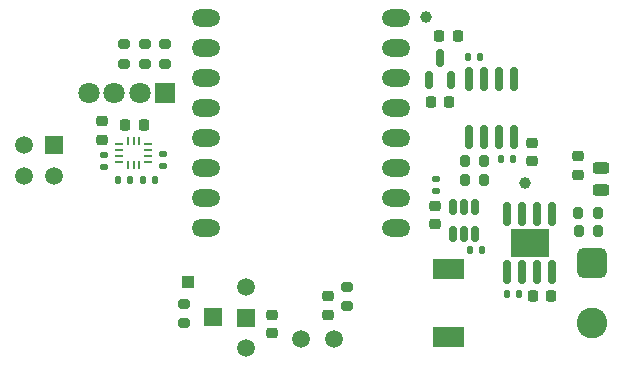
<source format=gbr>
%TF.GenerationSoftware,KiCad,Pcbnew,9.0.4*%
%TF.CreationDate,2025-10-28T17:49:17+05:30*%
%TF.ProjectId,PCB,5043422e-6b69-4636-9164-5f7063625858,rev?*%
%TF.SameCoordinates,Original*%
%TF.FileFunction,Soldermask,Top*%
%TF.FilePolarity,Negative*%
%FSLAX46Y46*%
G04 Gerber Fmt 4.6, Leading zero omitted, Abs format (unit mm)*
G04 Created by KiCad (PCBNEW 9.0.4) date 2025-10-28 17:49:17*
%MOMM*%
%LPD*%
G01*
G04 APERTURE LIST*
G04 Aperture macros list*
%AMRoundRect*
0 Rectangle with rounded corners*
0 $1 Rounding radius*
0 $2 $3 $4 $5 $6 $7 $8 $9 X,Y pos of 4 corners*
0 Add a 4 corners polygon primitive as box body*
4,1,4,$2,$3,$4,$5,$6,$7,$8,$9,$2,$3,0*
0 Add four circle primitives for the rounded corners*
1,1,$1+$1,$2,$3*
1,1,$1+$1,$4,$5*
1,1,$1+$1,$6,$7*
1,1,$1+$1,$8,$9*
0 Add four rect primitives between the rounded corners*
20,1,$1+$1,$2,$3,$4,$5,0*
20,1,$1+$1,$4,$5,$6,$7,0*
20,1,$1+$1,$6,$7,$8,$9,0*
20,1,$1+$1,$8,$9,$2,$3,0*%
G04 Aperture macros list end*
%ADD10RoundRect,0.225000X-0.250000X0.225000X-0.250000X-0.225000X0.250000X-0.225000X0.250000X0.225000X0*%
%ADD11C,1.500000*%
%ADD12RoundRect,0.225000X-0.225000X-0.250000X0.225000X-0.250000X0.225000X0.250000X-0.225000X0.250000X0*%
%ADD13RoundRect,0.200000X-0.275000X0.200000X-0.275000X-0.200000X0.275000X-0.200000X0.275000X0.200000X0*%
%ADD14RoundRect,0.135000X0.185000X-0.135000X0.185000X0.135000X-0.185000X0.135000X-0.185000X-0.135000X0*%
%ADD15RoundRect,0.150000X0.150000X-0.512500X0.150000X0.512500X-0.150000X0.512500X-0.150000X-0.512500X0*%
%ADD16RoundRect,0.135000X-0.185000X0.135000X-0.185000X-0.135000X0.185000X-0.135000X0.185000X0.135000X0*%
%ADD17RoundRect,0.225000X0.225000X0.250000X-0.225000X0.250000X-0.225000X-0.250000X0.225000X-0.250000X0*%
%ADD18RoundRect,0.243750X0.456250X-0.243750X0.456250X0.243750X-0.456250X0.243750X-0.456250X-0.243750X0*%
%ADD19RoundRect,0.135000X0.135000X0.185000X-0.135000X0.185000X-0.135000X-0.185000X0.135000X-0.185000X0*%
%ADD20R,0.675000X0.250000*%
%ADD21R,0.250000X0.675000*%
%ADD22R,1.500000X1.500000*%
%ADD23R,1.000000X1.000000*%
%ADD24RoundRect,0.135000X-0.135000X-0.185000X0.135000X-0.185000X0.135000X0.185000X-0.135000X0.185000X0*%
%ADD25RoundRect,0.200000X-0.200000X-0.275000X0.200000X-0.275000X0.200000X0.275000X-0.200000X0.275000X0*%
%ADD26RoundRect,0.650000X-0.650000X0.650000X-0.650000X-0.650000X0.650000X-0.650000X0.650000X0.650000X0*%
%ADD27C,2.600000*%
%ADD28RoundRect,0.218750X0.256250X-0.218750X0.256250X0.218750X-0.256250X0.218750X-0.256250X-0.218750X0*%
%ADD29C,1.000000*%
%ADD30RoundRect,0.150000X0.150000X-0.825000X0.150000X0.825000X-0.150000X0.825000X-0.150000X-0.825000X0*%
%ADD31R,3.300000X2.410000*%
%ADD32RoundRect,0.150000X0.150000X-0.587500X0.150000X0.587500X-0.150000X0.587500X-0.150000X-0.587500X0*%
%ADD33RoundRect,0.200000X0.200000X0.275000X-0.200000X0.275000X-0.200000X-0.275000X0.200000X-0.275000X0*%
%ADD34R,1.800000X1.800000*%
%ADD35C,1.800000*%
%ADD36RoundRect,0.225000X0.250000X-0.225000X0.250000X0.225000X-0.250000X0.225000X-0.250000X-0.225000X0*%
%ADD37RoundRect,0.150000X-0.150000X0.825000X-0.150000X-0.825000X0.150000X-0.825000X0.150000X0.825000X0*%
%ADD38O,2.250000X1.500000*%
%ADD39RoundRect,0.075500X0.226500X-0.806500X0.226500X0.806500X-0.226500X0.806500X-0.226500X-0.806500X0*%
G04 APERTURE END LIST*
D10*
%TO.C,C8*%
X157500000Y-78150000D03*
X157500000Y-79700000D03*
%TD*%
D11*
%TO.C,J22*%
X155300000Y-81000000D03*
%TD*%
D12*
%TO.C,C2*%
X179625000Y-76600000D03*
X181175000Y-76600000D03*
%TD*%
D13*
%TO.C,R16*%
X148500000Y-55250000D03*
X148500000Y-56900000D03*
%TD*%
D14*
%TO.C,R8*%
X143300000Y-65630000D03*
X143300000Y-64610000D03*
%TD*%
D15*
%TO.C,U4*%
X172825000Y-71280000D03*
X173775000Y-71280000D03*
X174725000Y-71280000D03*
X174725000Y-69005000D03*
X173775000Y-69005000D03*
X172825000Y-69005000D03*
%TD*%
D16*
%TO.C,R11*%
X148300000Y-64500000D03*
X148300000Y-65520000D03*
%TD*%
D17*
%TO.C,C7*%
X146650000Y-62120000D03*
X145100000Y-62120000D03*
%TD*%
D11*
%TO.C,J23*%
X155300000Y-75800000D03*
%TD*%
%TO.C,J19*%
X136500000Y-63800000D03*
%TD*%
D18*
%TO.C,D3*%
X185400000Y-67600000D03*
X185400000Y-65725000D03*
%TD*%
D19*
%TO.C,R1*%
X175095000Y-56350000D03*
X174075000Y-56350000D03*
%TD*%
D20*
%TO.C,U5*%
X147062500Y-65220000D03*
X147062500Y-64720000D03*
X147062500Y-64220000D03*
X147062500Y-63720000D03*
D21*
X146300000Y-63457500D03*
X145800000Y-63457500D03*
X145300000Y-63457500D03*
D20*
X144537500Y-63720000D03*
X144537500Y-64220000D03*
X144537500Y-64720000D03*
X144537500Y-65220000D03*
D21*
X145300000Y-65482500D03*
X145800000Y-65482500D03*
X146300000Y-65482500D03*
%TD*%
D11*
%TO.C,J4*%
X139100000Y-66400000D03*
%TD*%
D22*
%TO.C,J21*%
X155300000Y-78400000D03*
%TD*%
D23*
%TO.C,J7*%
X150400000Y-75400000D03*
%TD*%
D24*
%TO.C,R10*%
X146600000Y-66720000D03*
X147620000Y-66720000D03*
%TD*%
D25*
%TO.C,R2*%
X173845000Y-66750000D03*
X175495000Y-66750000D03*
%TD*%
D13*
%TO.C,R13*%
X163900000Y-75775000D03*
X163900000Y-77425000D03*
%TD*%
D24*
%TO.C,R6*%
X174280000Y-72700000D03*
X175300000Y-72700000D03*
%TD*%
D26*
%TO.C,J1*%
X184600000Y-73800000D03*
D27*
X184600000Y-78880000D03*
%TD*%
D22*
%TO.C,J8*%
X152500000Y-78300000D03*
%TD*%
D11*
%TO.C,J25*%
X160000000Y-80200000D03*
%TD*%
D12*
%TO.C,C1*%
X171700000Y-54550000D03*
X173250000Y-54550000D03*
%TD*%
D28*
%TO.C,D2*%
X183400000Y-66300000D03*
X183400000Y-64725000D03*
%TD*%
D29*
%TO.C,J12*%
X170600000Y-52900000D03*
%TD*%
D30*
%TO.C,U3*%
X177420000Y-74530000D03*
X178690000Y-74530000D03*
X179960000Y-74530000D03*
X181230000Y-74530000D03*
X181230000Y-69580000D03*
X179960000Y-69580000D03*
X178690000Y-69580000D03*
X177420000Y-69580000D03*
D31*
X179325000Y-72055000D03*
%TD*%
D32*
%TO.C,Q1*%
X170800000Y-58300000D03*
X172700000Y-58300000D03*
X171750000Y-56425000D03*
%TD*%
D33*
%TO.C,R18*%
X185100000Y-69500000D03*
X183450000Y-69500000D03*
%TD*%
D34*
%TO.C,D4*%
X148500000Y-59400000D03*
D35*
X146341000Y-59400000D03*
X144182000Y-59400000D03*
X142023000Y-59400000D03*
%TD*%
D17*
%TO.C,C3*%
X172500000Y-60100000D03*
X170950000Y-60100000D03*
%TD*%
D13*
%TO.C,R15*%
X146750000Y-55250000D03*
X146750000Y-56900000D03*
%TD*%
D19*
%TO.C,R9*%
X145500000Y-66720000D03*
X144480000Y-66720000D03*
%TD*%
D13*
%TO.C,R14*%
X145000000Y-55250000D03*
X145000000Y-56900000D03*
%TD*%
D11*
%TO.C,J3*%
X136500000Y-66400000D03*
%TD*%
D10*
%TO.C,C5*%
X179495000Y-63600000D03*
X179495000Y-65150000D03*
%TD*%
D36*
%TO.C,C4*%
X171300000Y-70475000D03*
X171300000Y-68925000D03*
%TD*%
D13*
%TO.C,R12*%
X150100000Y-77200000D03*
X150100000Y-78850000D03*
%TD*%
D29*
%TO.C,J9*%
X178900000Y-67000000D03*
%TD*%
D37*
%TO.C,U2*%
X178000000Y-58150000D03*
X176730000Y-58150000D03*
X175460000Y-58150000D03*
X174190000Y-58150000D03*
X174190000Y-63100000D03*
X175460000Y-63100000D03*
X176730000Y-63100000D03*
X178000000Y-63100000D03*
%TD*%
D33*
%TO.C,R3*%
X175495000Y-65150000D03*
X173845000Y-65150000D03*
%TD*%
D38*
%TO.C,U6*%
X151880000Y-53000000D03*
D11*
X152380000Y-53000000D03*
D38*
X151880000Y-55540000D03*
D11*
X152380000Y-55540000D03*
D38*
X151880000Y-58080000D03*
D11*
X152380000Y-58080000D03*
D38*
X151880000Y-60620000D03*
D11*
X152380000Y-60620000D03*
D38*
X151880000Y-63160000D03*
D11*
X152380000Y-63160000D03*
D38*
X151880000Y-65700000D03*
D11*
X152380000Y-65700000D03*
D38*
X151880000Y-68240000D03*
D11*
X152380000Y-68240000D03*
D38*
X151880000Y-70780000D03*
D11*
X152380000Y-70780000D03*
X167620000Y-70780000D03*
D38*
X168120000Y-70780000D03*
D11*
X167620000Y-68240000D03*
D38*
X168120000Y-68240000D03*
D11*
X167620000Y-65700000D03*
D38*
X168120000Y-65700000D03*
D11*
X167620000Y-63160000D03*
D38*
X168120000Y-63160000D03*
D11*
X167620000Y-60620000D03*
D38*
X168120000Y-60620000D03*
D11*
X167620000Y-58080000D03*
D38*
X168120000Y-58080000D03*
D11*
X167620000Y-55540000D03*
D38*
X168120000Y-55540000D03*
D11*
X167620000Y-53000000D03*
D38*
X168120000Y-53000000D03*
%TD*%
D19*
%TO.C,R4*%
X178400000Y-76400000D03*
X177380000Y-76400000D03*
%TD*%
D16*
%TO.C,R5*%
X171400000Y-66680000D03*
X171400000Y-67700000D03*
%TD*%
D22*
%TO.C,J18*%
X139100000Y-63800000D03*
%TD*%
D33*
%TO.C,R17*%
X185125000Y-71100000D03*
X183475000Y-71100000D03*
%TD*%
D36*
%TO.C,C6*%
X143100000Y-63320000D03*
X143100000Y-61770000D03*
%TD*%
D24*
%TO.C,R7*%
X176875000Y-64950000D03*
X177895000Y-64950000D03*
%TD*%
D11*
%TO.C,J24*%
X162800000Y-80200000D03*
%TD*%
D39*
%TO.C,Q2*%
X171500000Y-80000000D03*
X172150000Y-80000000D03*
X172800000Y-80000000D03*
X173450000Y-80000000D03*
X173450000Y-74240000D03*
X172800000Y-74240000D03*
X172150000Y-74240000D03*
X171500000Y-74240000D03*
%TD*%
D10*
%TO.C,C9*%
X162300000Y-76600000D03*
X162300000Y-78150000D03*
%TD*%
M02*

</source>
